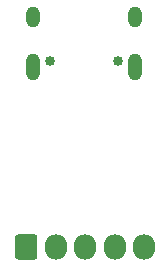
<source format=gbs>
G04 #@! TF.GenerationSoftware,KiCad,Pcbnew,(5.1.12)-1*
G04 #@! TF.CreationDate,2022-09-04T19:37:19+09:00*
G04 #@! TF.ProjectId,AT,41542e6b-6963-4616-945f-706362585858,rev?*
G04 #@! TF.SameCoordinates,PX791ddc0PY4323800*
G04 #@! TF.FileFunction,Soldermask,Bot*
G04 #@! TF.FilePolarity,Negative*
%FSLAX46Y46*%
G04 Gerber Fmt 4.6, Leading zero omitted, Abs format (unit mm)*
G04 Created by KiCad (PCBNEW (5.1.12)-1) date 2022-09-04 19:37:19*
%MOMM*%
%LPD*%
G01*
G04 APERTURE LIST*
%ADD10O,1.900000X2.150000*%
%ADD11C,0.850000*%
%ADD12O,1.200000X1.800000*%
%ADD13O,1.200000X2.300000*%
G04 APERTURE END LIST*
D10*
G04 #@! TO.C,J2*
X12510000Y-21460000D03*
X10010000Y-21460000D03*
X7510000Y-21460000D03*
X5010000Y-21460000D03*
G36*
G01*
X1560000Y-22255589D02*
X1560000Y-20664411D01*
G75*
G02*
X1839411Y-20385000I279411J0D01*
G01*
X3180589Y-20385000D01*
G75*
G02*
X3460000Y-20664411I0J-279411D01*
G01*
X3460000Y-22255589D01*
G75*
G02*
X3180589Y-22535000I-279411J0D01*
G01*
X1839411Y-22535000D01*
G75*
G02*
X1560000Y-22255589I0J279411D01*
G01*
G37*
G04 #@! TD*
D11*
G04 #@! TO.C,J1*
X10290000Y-5705000D03*
X4510000Y-5705000D03*
D12*
X3080000Y-2025000D03*
X11720000Y-2025000D03*
D13*
X3080000Y-6205000D03*
X11720000Y-6205000D03*
G04 #@! TD*
M02*

</source>
